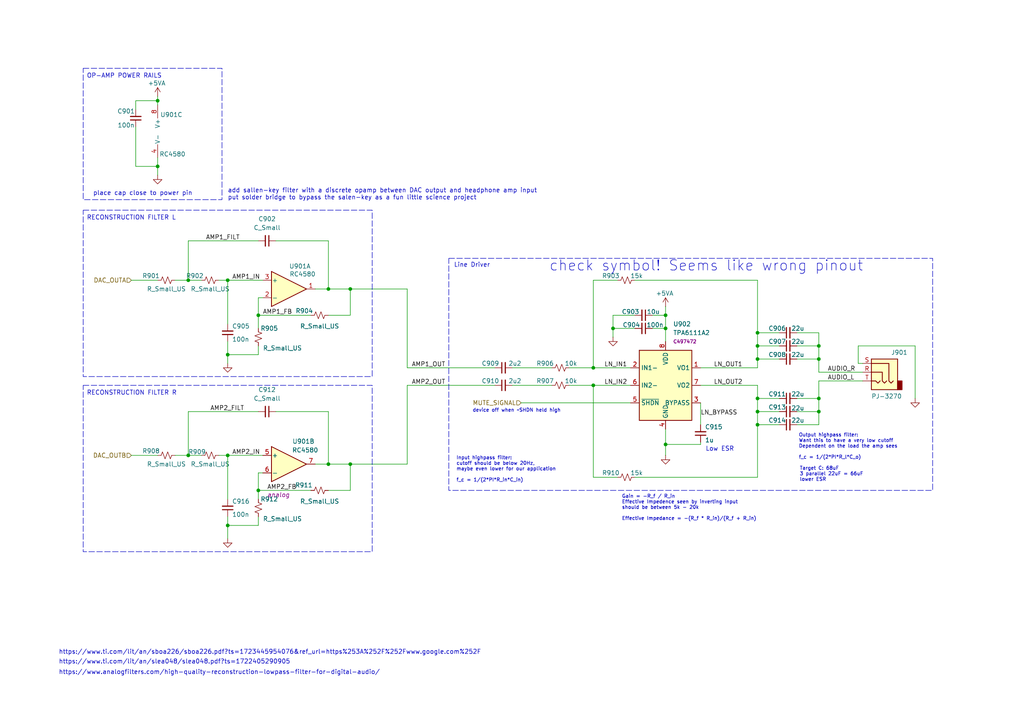
<source format=kicad_sch>
(kicad_sch (version 20231120) (generator "eeschema") (generator_version "8.0")
  (paper "A4")
  (lib_symbols
    (symbol "Amplifier_Operational:RC4580" (pin_names (offset 0.127))
      (property "Reference" "U" (at 0 5.08 0))
      (property "Value" "RC4580" (at 0 -5.08 0))
      (symbol "RC4580_1_1"
        (polyline (pts (xy -5.08 5.08) (xy 5.08 0) (xy -5.08 -5.08) (xy -5.08 5.08)) (stroke (width 0.254)) (fill (type background)))
        (pin output line (at 7.62 0 180) (length 2.54) (name "~") (number "1"))
        (pin input line (at -7.62 -2.54 0) (length 2.54) (name "-") (number "2"))
        (pin input line (at -7.62 2.54 0) (length 2.54) (name "+") (number "3"))
      )
      (symbol "RC4580_2_1"
        (polyline (pts (xy -5.08 5.08) (xy 5.08 0) (xy -5.08 -5.08) (xy -5.08 5.08)) (stroke (width 0.254)) (fill (type background)))
        (pin input line (at -7.62 2.54 0) (length 2.54) (name "+") (number "5"))
        (pin input line (at -7.62 -2.54 0) (length 2.54) (name "-") (number "6"))
        (pin output line (at 7.62 0 180) (length 2.54) (name "~") (number "7"))
      )
      (symbol "RC4580_3_1"
        (pin power_in line (at -2.54 -7.62 90) (length 3.81) (name "V-") (number "4"))
        (pin power_in line (at -2.54 7.62 270) (length 3.81) (name "V+") (number "8"))
      )
    )
    (symbol "Connector_Audio:AudioJack3"
      (property "Reference" "J" (at 0 8.89 0))
      (property "Value" "AudioJack3" (at 0 6.35 0))
      (symbol "AudioJack3_0_1"
        (rectangle (start -5.08 -5.08) (end -6.35 -2.54) (stroke (width 0.254)) (fill (type outline)))
        (polyline (pts (xy 0 -2.54) (xy 0.635 -3.175) (xy 1.27 -2.54) (xy 2.54 -2.54)) (stroke (width 0.254)))
        (polyline (pts (xy -1.905 -2.54) (xy -1.27 -3.175) (xy -0.635 -2.54) (xy -0.635 0) (xy 2.54 0)) (stroke (width 0.254)))
        (polyline (pts (xy 2.54 2.54) (xy -2.54 2.54) (xy -2.54 -2.54) (xy -3.175 -3.175) (xy -3.81 -2.54)) (stroke (width 0.254)))
        (rectangle (start 2.54 3.81) (end -5.08 -5.08) (stroke (width 0.254)) (fill (type background)))
      )
      (symbol "AudioJack3_1_1"
        (pin passive line (at 5.08 0 180) (length 2.54) (name "~") (number "R"))
        (pin passive line (at 5.08 2.54 180) (length 2.54) (name "~") (number "S"))
        (pin passive line (at 5.08 -2.54 180) (length 2.54) (name "~") (number "T"))
      )
    )
    (symbol "Device:C_Small" (pin_numbers hide) (pin_names (offset 0.254) hide)
      (property "Reference" "C" (at 0.254 1.778 0))
      (property "Value" "C_Small" (at 0.254 -2.032 0))
      (symbol "C_Small_0_1"
        (polyline (pts (xy -1.524 -0.508) (xy 1.524 -0.508)) (stroke (width 0.3302)))
        (polyline (pts (xy -1.524 0.508) (xy 1.524 0.508)) (stroke (width 0.3048)))
      )
      (symbol "C_Small_1_1"
        (pin passive line (at 0 2.54 270) (length 2.032) (name "~") (number "1"))
        (pin passive line (at 0 -2.54 90) (length 2.032) (name "~") (number "2"))
      )
    )
    (symbol "Device:R_Small_US" (pin_numbers hide) (pin_names (offset 0.254) hide)
      (property "Reference" "R" (at 0.762 0.508 0))
      (property "Value" "R_Small_US" (at 0.762 -1.016 0))
      (symbol "R_Small_US_1_1"
        (polyline (pts (xy 0 0) (xy 1.016 -0.381) (xy 0 -0.762) (xy -1.016 -1.143) (xy 0 -1.524)))
        (polyline (pts (xy 0 1.524) (xy 1.016 1.143) (xy 0 0.762) (xy -1.016 0.381) (xy 0 0)))
        (pin passive line (at 0 2.54 270) (length 1.016) (name "~") (number "1"))
        (pin passive line (at 0 -2.54 90) (length 1.016) (name "~") (number "2"))
      )
    )
    (symbol "power:+5VA" (power) (pin_numbers hide) (pin_names (offset 0) hide)
      (property "Value" "+5VA" (at 0 3.556 0))
      (symbol "+5VA_0_1"
        (polyline (pts (xy -0.762 1.27) (xy 0 2.54)))
        (polyline (pts (xy 0 0) (xy 0 2.54)))
        (polyline (pts (xy 0 2.54) (xy 0.762 1.27)))
      )
      (symbol "+5VA_1_1"
        (pin power_in line (at 0 0 90) (length 0) (name "~") (number "1"))
      )
    )
    (symbol "power:GND" (power) (pin_numbers hide) (pin_names (offset 0) hide)
      (property "Value" "GND" (at 0 -3.81 0))
      (symbol "GND_0_1"
        (polyline (pts (xy 0 0) (xy 0 -1.27) (xy 1.27 -1.27) (xy 0 -2.54) (xy -1.27 -1.27) (xy 0 -1.27)))
      )
      (symbol "GND_1_1"
        (pin power_in line (at 0 0 270) (length 0) (name "~") (number "1"))
      )
    )
    (symbol "vibrometer_project:TPA6110A2DGN"
      (property "Reference" "U" (at -6.35 11.43 0))
      (property "Value" "TPA6111A2" (at 6.35 11.43 0))
      (property "LCSC" "C497472" (at 0 0 0))
      (symbol "TPA6110A2DGN_0_1"
        (rectangle (start -7.62 10.16) (end 7.62 -10.16) (stroke (width 0.254)) (fill (type background)))
      )
      (symbol "TPA6110A2DGN_1_1"
        (pin output line (at 10.16 5.08 180) (length 2.54) (name "VO1") (number "1"))
        (pin input line (at -10.16 5.08 0) (length 2.54) (name "IN1-") (number "2"))
        (pin passive line (at 10.16 -5.08 180) (length 2.54) (name "BYPASS") (number "3"))
        (pin power_in line (at 0 -12.7 90) (length 2.54) (name "GND") (number "4"))
        (pin input line (at -10.16 -5.08 0) (length 2.54) (name "~{SHDN}") (number "5"))
        (pin input line (at -10.16 0 0) (length 2.54) (name "IN2-") (number "6"))
        (pin output line (at 10.16 0 180) (length 2.54) (name "VO2") (number "7"))
        (pin power_in line (at 0 12.7 270) (length 2.54) (name "VDD") (number "8"))
        (pin passive line (at 0 -12.7 90) (length 2.54) hide (name "GND") (number "9"))
      )
    )
  )
  (junction (at 193.04 128.905))
  (junction (at 219.71 115.57))
  (junction (at 101.6 83.82))
  (junction (at 237.49 100.33))
  (junction (at 219.71 100.33))
  (junction (at 237.49 119.38))
  (junction (at 219.71 96.52))
  (junction (at 193.04 95.25))
  (junction (at 172.085 111.76))
  (junction (at 177.8 95.25))
  (junction (at 219.71 104.14))
  (junction (at 172.085 106.68))
  (junction (at 66.04 152.4))
  (junction (at 54.61 81.28))
  (junction (at 237.49 115.57))
  (junction (at 219.71 123.19))
  (junction (at 74.93 142.24))
  (junction (at 219.71 119.38))
  (junction (at 66.04 102.87))
  (junction (at 237.49 104.14))
  (junction (at 74.93 91.44))
  (junction (at 66.04 132.08))
  (junction (at 45.72 29.21))
  (junction (at 95.25 83.82))
  (junction (at 66.04 81.28))
  (junction (at 95.25 134.62))
  (junction (at 101.6 134.62))
  (junction (at 54.61 132.08))
  (junction (at 45.72 48.26))
  (junction (at 193.04 91.44))
  (wire (pts (xy 39.37 36.83) (xy 39.37 48.26)))
  (wire (pts (xy 231.14 123.19) (xy 237.49 123.19)))
  (wire (pts (xy 219.71 81.28) (xy 184.15 81.28)))
  (wire (pts (xy 63.5 81.28) (xy 66.04 81.28)))
  (wire (pts (xy 76.2 86.36) (xy 74.93 86.36)))
  (wire (pts (xy 219.71 119.38) (xy 226.06 119.38)))
  (wire (pts (xy 219.71 115.57) (xy 219.71 119.38)))
  (wire (pts (xy 219.71 96.52) (xy 226.06 96.52)))
  (wire (pts (xy 118.11 106.68) (xy 143.51 106.68)))
  (wire (pts (xy 39.37 31.75) (xy 39.37 29.21)))
  (wire (pts (xy 54.61 132.08) (xy 50.8 132.08)))
  (wire (pts (xy 66.04 81.28) (xy 76.2 81.28)))
  (wire (pts (xy 74.93 91.44) (xy 90.17 91.44)))
  (wire (pts (xy 54.61 132.08) (xy 58.42 132.08)))
  (wire (pts (xy 95.25 119.38) (xy 80.01 119.38)))
  (wire (pts (xy 237.49 110.49) (xy 250.19 110.49)))
  (wire (pts (xy 219.71 100.33) (xy 219.71 104.14)))
  (wire (pts (xy 219.71 119.38) (xy 219.71 123.19)))
  (wire (pts (xy 189.23 91.44) (xy 193.04 91.44)))
  (wire (pts (xy 172.085 81.28) (xy 179.07 81.28)))
  (wire (pts (xy 66.04 132.08) (xy 66.04 144.78)))
  (wire (pts (xy 184.15 91.44) (xy 177.8 91.44)))
  (wire (pts (xy 219.71 96.52) (xy 219.71 81.28)))
  (wire (pts (xy 54.61 81.28) (xy 58.42 81.28)))
  (wire (pts (xy 165.1 111.76) (xy 172.085 111.76)))
  (wire (pts (xy 39.37 48.26) (xy 45.72 48.26)))
  (wire (pts (xy 74.93 119.38) (xy 54.61 119.38)))
  (wire (pts (xy 54.61 69.85) (xy 54.61 81.28)))
  (wire (pts (xy 118.11 111.76) (xy 143.51 111.76)))
  (wire (pts (xy 66.04 81.28) (xy 66.04 93.98)))
  (wire (pts (xy 95.25 69.85) (xy 80.01 69.85)))
  (wire (pts (xy 74.93 91.44) (xy 74.93 95.25)))
  (wire (pts (xy 74.93 152.4) (xy 74.93 149.86)))
  (wire (pts (xy 165.1 106.68) (xy 172.085 106.68)))
  (wire (pts (xy 203.2 106.68) (xy 219.71 106.68)))
  (wire (pts (xy 193.04 88.9) (xy 193.04 91.44)))
  (wire (pts (xy 237.49 123.19) (xy 237.49 119.38)))
  (wire (pts (xy 54.61 81.28) (xy 50.8 81.28)))
  (wire (pts (xy 66.04 102.87) (xy 66.04 105.41)))
  (wire (pts (xy 148.59 111.76) (xy 160.02 111.76)))
  (wire (pts (xy 118.11 111.76) (xy 118.11 134.62)))
  (wire (pts (xy 74.93 142.24) (xy 74.93 144.78)))
  (wire (pts (xy 231.14 100.33) (xy 237.49 100.33)))
  (wire (pts (xy 101.6 83.82) (xy 95.25 83.82)))
  (wire (pts (xy 231.14 115.57) (xy 237.49 115.57)))
  (wire (pts (xy 95.25 91.44) (xy 101.6 91.44)))
  (wire (pts (xy 91.44 134.62) (xy 95.25 134.62)))
  (wire (pts (xy 219.71 104.14) (xy 219.71 106.68)))
  (wire (pts (xy 193.04 128.905) (xy 203.2 128.905)))
  (wire (pts (xy 237.49 104.14) (xy 237.49 107.95)))
  (wire (pts (xy 193.04 95.25) (xy 193.04 99.06)))
  (wire (pts (xy 193.04 128.905) (xy 193.04 124.46)))
  (wire (pts (xy 95.25 134.62) (xy 95.25 119.38)))
  (wire (pts (xy 231.14 104.14) (xy 237.49 104.14)))
  (wire (pts (xy 66.04 152.4) (xy 66.04 156.21)))
  (wire (pts (xy 265.43 100.33) (xy 248.92 100.33)))
  (wire (pts (xy 66.04 99.06) (xy 66.04 102.87)))
  (wire (pts (xy 95.25 83.82) (xy 95.25 69.85)))
  (wire (pts (xy 203.2 116.84) (xy 203.2 123.19)))
  (wire (pts (xy 54.61 119.38) (xy 54.61 132.08)))
  (wire (pts (xy 219.71 111.76) (xy 219.71 115.57)))
  (wire (pts (xy 231.14 96.52) (xy 237.49 96.52)))
  (wire (pts (xy 231.14 119.38) (xy 237.49 119.38)))
  (wire (pts (xy 39.37 29.21) (xy 45.72 29.21)))
  (wire (pts (xy 172.085 81.28) (xy 172.085 106.68)))
  (wire (pts (xy 219.71 96.52) (xy 219.71 100.33)))
  (wire (pts (xy 74.93 86.36) (xy 74.93 91.44)))
  (wire (pts (xy 184.15 95.25) (xy 177.8 95.25)))
  (wire (pts (xy 66.04 152.4) (xy 74.93 152.4)))
  (wire (pts (xy 172.085 106.68) (xy 182.88 106.68)))
  (wire (pts (xy 74.93 69.85) (xy 54.61 69.85)))
  (wire (pts (xy 63.5 132.08) (xy 66.04 132.08)))
  (wire (pts (xy 189.23 95.25) (xy 193.04 95.25)))
  (wire (pts (xy 74.93 137.16) (xy 76.2 137.16)))
  (wire (pts (xy 91.44 83.82) (xy 95.25 83.82)))
  (wire (pts (xy 237.49 96.52) (xy 237.49 100.33)))
  (wire (pts (xy 177.8 91.44) (xy 177.8 95.25)))
  (wire (pts (xy 237.49 107.95) (xy 250.19 107.95)))
  (wire (pts (xy 38.1 81.28) (xy 45.72 81.28)))
  (wire (pts (xy 219.71 138.43) (xy 184.15 138.43)))
  (wire (pts (xy 45.72 29.21) (xy 45.72 30.48)))
  (wire (pts (xy 177.8 95.25) (xy 177.8 97.79)))
  (wire (pts (xy 248.92 100.33) (xy 248.92 105.41)))
  (wire (pts (xy 45.72 45.72) (xy 45.72 48.26)))
  (wire (pts (xy 265.43 100.33) (xy 265.43 115.57)))
  (wire (pts (xy 237.49 100.33) (xy 237.49 104.14)))
  (wire (pts (xy 66.04 149.86) (xy 66.04 152.4)))
  (wire (pts (xy 101.6 142.24) (xy 101.6 134.62)))
  (wire (pts (xy 203.2 128.27) (xy 203.2 128.905)))
  (wire (pts (xy 101.6 83.82) (xy 118.11 83.82)))
  (wire (pts (xy 179.07 138.43) (xy 172.085 138.43)))
  (wire (pts (xy 101.6 134.62) (xy 95.25 134.62)))
  (wire (pts (xy 95.25 142.24) (xy 101.6 142.24)))
  (wire (pts (xy 45.72 48.26) (xy 45.72 50.8)))
  (wire (pts (xy 151.13 116.84) (xy 182.88 116.84)))
  (wire (pts (xy 219.71 123.19) (xy 226.06 123.19)))
  (wire (pts (xy 219.71 100.33) (xy 226.06 100.33)))
  (wire (pts (xy 74.93 100.33) (xy 74.93 102.87)))
  (wire (pts (xy 66.04 102.87) (xy 74.93 102.87)))
  (wire (pts (xy 193.04 132.08) (xy 193.04 128.905)))
  (wire (pts (xy 193.04 91.44) (xy 193.04 95.25)))
  (wire (pts (xy 66.04 132.08) (xy 76.2 132.08)))
  (wire (pts (xy 38.1 132.08) (xy 45.72 132.08)))
  (wire (pts (xy 219.71 104.14) (xy 226.06 104.14)))
  (wire (pts (xy 172.085 138.43) (xy 172.085 111.76)))
  (wire (pts (xy 74.93 137.16) (xy 74.93 142.24)))
  (wire (pts (xy 172.085 111.76) (xy 182.88 111.76)))
  (wire (pts (xy 118.11 83.82) (xy 118.11 106.68)))
  (wire (pts (xy 101.6 91.44) (xy 101.6 83.82)))
  (wire (pts (xy 148.59 106.68) (xy 160.02 106.68)))
  (wire (pts (xy 203.2 111.76) (xy 219.71 111.76)))
  (wire (pts (xy 248.92 105.41) (xy 250.19 105.41)))
  (wire (pts (xy 74.93 142.24) (xy 90.17 142.24)))
  (wire (pts (xy 45.72 27.94) (xy 45.72 29.21)))
  (wire (pts (xy 237.49 110.49) (xy 237.49 115.57)))
  (wire (pts (xy 219.71 123.19) (xy 219.71 138.43)))
  (wire (pts (xy 219.71 115.57) (xy 226.06 115.57)))
  (wire (pts (xy 237.49 115.57) (xy 237.49 119.38)))
  (wire (pts (xy 101.6 134.62) (xy 118.11 134.62)))
  (rectangle (start 24.13 111.76) (end 107.95 160.02) (stroke (width 0) (type dash)))
  (rectangle (start 130.175 74.93) (end 270.51 142.24) (stroke (width 0) (type dash)))
  (rectangle (start 24.13 60.96) (end 107.95 109.22) (stroke (width 0) (type dash)))
  (rectangle (start 24.13 19.812) (end 64.389 57.912) (stroke (width 0) (type dash)))
  (text "check symbol! Seems like wrong pinout" (at 159.258 75.438 0) (effects (font (size 3 3)) (justify left top)))
  (text "https://www.analogfilters.com/high-quality-reconstruction-lowpass-filter-for-digital-audio/" (at 17.018 195.072 0) (effects (font (size 1.27 1.27)) (justify left)))
  (text "Output highpass filter:\nWant this to have a very low cutoff \nDependent on the load the amp sees\n\nf_c = 1/(2*PI*R_l*C_o)" (at 231.648 129.54 0) (effects (font (size 1 1)) (justify left)))
  (text "Gain = -R_f / R_in\nEffective Impedence seen by inverting input \nshould be between 5k - 20k\n\nEffective Impedance = -(R_f * R_in)/(R_f + R_in)" (at 180.34 147.32 0) (effects (font (size 1 1)) (justify left)))
  (text "https://www.ti.com/lit/an/sboa226/sboa226.pdf?ts=1723445954076&ref_url=https%253A%252F%252Fwww.google.com%252F" (at 17.018 188.468 0) (effects (font (size 1.27 1.27)) (justify left top)))
  (text "Target C: 68uF\n3 parallel 22uF = 66uF\nlower ESR" (at 231.902 135.382 0) (effects (font (size 1 1)) (justify left top)))
  (text "Line Driver" (at 136.906 76.962 0) (effects (font (size 1.27 1.27))))
  (text "place cap close to power pin" (at 41.402 56.134 0) (effects (font (size 1.27 1.27))))
  (text "add sallen-key filter with a discrete opamp between DAC output and headphone amp input\nput solder bridge to bypass the salen-key as a fun little science project" (at 66.04 56.388 0) (effects (font (size 1.27 1.27)) (justify left)))
  (text "RECONSTRUCTION FILTER L" (at 25.146 63.246 0) (effects (font (size 1.27 1.27)) (justify left)))
  (text "OP-AMP POWER RAILS" (at 25.146 22.098 0) (effects (font (size 1.27 1.27)) (justify left)))
  (text "https://www.ti.com/lit/an/slea048/slea048.pdf?ts=1722405290905" (at 17.018 192.024 0) (effects (font (size 1.27 1.27)) (justify left)))
  (text "RECONSTRUCTION FILTER R" (at 25.146 114.046 0) (effects (font (size 1.27 1.27)) (justify left)))
  (text "Input highpass filter:\ncutoff should be below 20Hz,\nmaybe even lower for our application\n\nf_c = 1/(2*PI*R_in*C_in)" (at 132.334 136.144 0) (effects (font (size 1 1)) (justify left)))
  (text "Low ESR" (at 208.788 130.302 0) (effects (font (size 1.27 1.27))))
  (text "device off when ~SHDN held high" (at 149.86 119.126 0) (effects (font (size 1 1))))
  (label "AMP2_IN" (at 67.31 132.08 0) (property "Netclass" "analog" (effects (hide yes))))
  (label "AMP2_FB" (at 77.47 142.24 0) (property "Netclass" "analog" (at 77.47 143.51 0) (effects (font (italic yes)) (justify left))))
  (label "AUDIO_L" (at 240.03 110.49 0) (property "Netclass" "analog" (effects (hide yes))))
  (label "AMP1_FILT" (at 59.69 69.85 0) (property "Netclass" "analog" (effects (hide yes))))
  (label "LN_BYPASS" (at 203.2 120.65 0))
  (label "LN_IN2" (at 175.26 111.76 0) (property "Netclass" "analog" (effects (hide yes))))
  (label "LN_OUT2" (at 207.01 111.76 0) (property "Netclass" "analog" (effects (hide yes))))
  (label "AMP1_IN" (at 67.31 81.28 0) (property "Netclass" "analog" (effects (hide yes))))
  (label "LN_IN1" (at 175.26 106.68 0) (property "Netclass" "analog" (effects (hide yes))))
  (label "AMP2_OUT" (at 119.38 111.76 0) (property "Netclass" "analog" (effects (hide yes))))
  (label "AMP2_FILT" (at 60.96 119.38 0) (property "Netclass" "analog" (effects (hide yes))))
  (label "AMP1_FB" (at 76.2 91.44 0) (property "Netclass" "analog" (effects (hide yes))))
  (label "AMP1_OUT" (at 119.38 106.68 0) (property "Netclass" "analog" (effects (hide yes))))
  (label "LN_OUT1" (at 207.01 106.68 0) (property "Netclass" "analog" (effects (hide yes))))
  (label "AUDIO_R" (at 240.03 107.95 0) (property "Netclass" "analog" (effects (hide yes))))
  (hierarchical_label "DAC_OUTA" (shape input) (at 38.1 81.28 180) (property "Netclass" "analog" (effects (hide yes))))
  (hierarchical_label "DAC_OUTB" (shape input) (at 38.1 132.08 180) (property "Netclass" "analog" (effects (hide yes))))
  (hierarchical_label "MUTE_SIGNAL" (shape input) (at 151.13 116.84 180))
  (symbol (lib_id "Device:R_Small_US") (at 74.93 97.79 180) (unit 1)
    (property "Reference" "R905" (at 78.105 95.25 0))
    (property "Value" "R_Small_US" (at 81.915 100.965 0))
    (property "Footprint" "Resistor_SMD:R_0603_1608Metric" (effects (hide yes)))
    (property "Description" "Resistor, small US symbol" (effects (hide yes)))
  )
  (symbol (lib_id "power:GND") (at 45.72 50.8 0) (unit 1)
    (property "Reference" "#PWR0902" (effects (hide yes)))
    (property "Value" "GND" (effects (hide yes)))
    (property "Description" "Power symbol creates a global label with name \"GND\" , ground" (effects (hide yes)))
  )
  (symbol (lib_id "Device:C_Small") (at 39.37 34.29 180) (unit 1)
    (property "Reference" "C901" (at 36.576 32.258 0))
    (property "Value" "100n" (at 36.576 36.322 0))
    (property "Footprint" "Capacitor_SMD:C_0402_1005Metric_Pad0.74x0.62mm_HandSolder" (effects (hide yes)))
    (property "Datasheet" "https://wmsc.lcsc.com/wmsc/upload/file/pdf/v2/lcsc/2304140030_Samsung-Electro-Mechanics-CL05B104KB54PNC_C307331.pdf" (effects (hide yes)))
    (property "Description" "Unpolarized capacitor, small symbol" (effects (hide yes)))
    (property "LCSC" "C307331" (effects (hide yes)))
  )
  (symbol (lib_id "Device:C_Small") (at 186.69 91.44 270) (unit 1)
    (property "Reference" "C903" (at 182.88 90.424 90))
    (property "Value" "10u" (at 189.484 90.424 90))
    (property "Footprint" "Capacitor_SMD:C_0805_2012Metric" (effects (hide yes)))
    (property "Datasheet" "https://wmsc.lcsc.com/wmsc/upload/file/pdf/v2/lcsc/2304140030_Samsung-Electro-Mechanics-CL21A106KAYNNNE_C15850.pdf" (effects (hide yes)))
    (property "Description" "Unpolarized capacitor, small symbol" (effects (hide yes)))
    (property "LCSC" "C15850" (effects (hide yes)))
  )
  (symbol (lib_id "Device:C_Small") (at 228.6 104.14 90) (unit 1)
    (property "Reference" "C908" (at 225.425 102.87 90))
    (property "Value" "22u" (at 231.394 102.87 90))
    (property "Footprint" "Capacitor_SMD:C_0805_2012Metric" (effects (hide yes)))
    (property "Datasheet" "CL21A106KAYNNNE_C15850.pdf" (effects (hide yes)))
    (property "Description" "Unpolarized capacitor, small symbol" (effects (hide yes)))
    (property "LCSC" "C15850" (effects (hide yes)))
  )
  (symbol (lib_id "Amplifier_Operational:RC4580") (at 83.82 83.82 0) (unit 1)
    (property "Reference" "U901" (at 86.995 77.216 0))
    (property "Value" "RC4580" (at 87.757 79.502 0))
    (property "Footprint" "Package_SO:SOIC-8-1EP_3.9x4.9mm_P1.27mm_EP2.41x3.81mm" (effects (hide yes)))
    (property "Datasheet" "http://www.ti.com/lit/ds/symlink/rc4580.pdf" (effects (hide yes)))
    (property "Description" "Dual Audio Operational Amplifier, SOIC-8/SSOP-8" (effects (hide yes)))
    (property "LCSC" "C80100" (effects (hide yes)))
  )
  (symbol (lib_id "Device:C_Small") (at 77.47 119.38 270) (unit 1)
    (property "Reference" "C912" (at 77.4636 113.03 90))
    (property "Value" "C_Small" (at 77.4636 115.57 90))
    (property "Footprint" "Capacitor_SMD:C_0603_1608Metric" (effects (hide yes)))
    (property "Description" "Unpolarized capacitor, small symbol" (effects (hide yes)))
  )
  (symbol (lib_id "Device:C_Small") (at 228.6 96.52 90) (unit 1)
    (property "Reference" "C906" (at 225.425 95.25 90))
    (property "Value" "22u" (at 231.394 95.25 90))
    (property "Footprint" "Capacitor_SMD:C_0805_2012Metric" (effects (hide yes)))
    (property "Datasheet" "CL21A106KAYNNNE_C15850.pdf" (effects (hide yes)))
    (property "Description" "Unpolarized capacitor, small symbol" (effects (hide yes)))
    (property "LCSC" "C15850" (effects (hide yes)))
  )
  (symbol (lib_id "Connector_Audio:AudioJack3") (at 255.27 107.95 0) (mirror y) (unit 1)
    (property "Reference" "J901" (at 258.445 102.235 0) (effects (justify right)))
    (property "Value" "PJ-3270" (at 252.73 114.935 0) (effects (justify right)))
    (property "Footprint" "footprints:AUDIO-TH_PJ-3270" (effects (hide yes)))
    (property "Datasheet" "https://wmsc.lcsc.com/wmsc/upload/file/pdf/v2/lcsc/2110151630_XKB-Connection-PJ-3270_C381134.pdf" (effects (hide yes)))
    (property "Description" "Audio Jack, 3 Poles (Stereo / TRS)" (effects (hide yes)))
    (property "LCSC" "C381134" (effects (hide yes)))
  )
  (symbol (lib_id "Device:C_Small") (at 146.05 111.76 90) (unit 1)
    (property "Reference" "C910" (at 142.24 110.49 90))
    (property "Value" "2u2" (at 149.352 110.49 90))
    (property "Footprint" "Capacitor_SMD:C_0805_2012Metric" (effects (hide yes)))
    (property "Datasheet" "https://wmsc.lcsc.com/wmsc/upload/file/pdf/v2/lcsc/2304140030_Samsung-Electro-Mechanics-CL21A225KBQNNNE_C377773.pdf" (effects (hide yes)))
    (property "Description" "Unpolarized capacitor, small symbol" (effects (hide yes)))
    (property "LCSC" "C377773" (effects (hide yes)))
  )
  (symbol (lib_id "power:GND") (at 66.04 156.21 0) (unit 1)
    (property "Reference" "#PWR0908" (effects (hide yes)))
    (property "Value" "GND" (effects (hide yes)))
    (property "Description" "Power symbol creates a global label with name \"GND\" , ground" (effects (hide yes)))
  )
  (symbol (lib_id "Device:R_Small_US") (at 181.61 81.28 90) (unit 1)
    (property "Reference" "R903" (at 177.165 80.01 90))
    (property "Value" "15k" (at 184.658 80.01 90))
    (property "Footprint" "Resistor_SMD:R_0805_2012Metric" (effects (hide yes)))
    (property "Datasheet" "https://wmsc.lcsc.com/wmsc/upload/file/pdf/v2/lcsc/2206010216_UNI-ROYAL-Uniroyal-Elec-0805W8F1502T5E_C17475.pdf" (effects (hide yes)))
    (property "Description" "Resistor, small US symbol" (effects (hide yes)))
    (property "LCSC" "C17475" (effects (hide yes)))
  )
  (symbol (lib_id "Device:C_Small") (at 146.05 106.68 90) (unit 1)
    (property "Reference" "C909" (at 142.24 105.41 90))
    (property "Value" "2u2" (at 149.352 105.41 90))
    (property "Footprint" "Capacitor_SMD:C_0805_2012Metric" (effects (hide yes)))
    (property "Datasheet" "https://wmsc.lcsc.com/wmsc/upload/file/pdf/v2/lcsc/2304140030_Samsung-Electro-Mechanics-CL21A225KBQNNNE_C377773.pdf" (effects (hide yes)))
    (property "Description" "Unpolarized capacitor, small symbol" (effects (hide yes)))
    (property "LCSC" "C377773" (effects (hide yes)))
  )
  (symbol (lib_id "Device:R_Small_US") (at 181.61 138.43 90) (unit 1)
    (property "Reference" "R910" (at 177.165 137.16 90))
    (property "Value" "15k" (at 184.658 137.16 90))
    (property "Footprint" "Resistor_SMD:R_0805_2012Metric" (effects (hide yes)))
    (property "Datasheet" "https://wmsc.lcsc.com/wmsc/upload/file/pdf/v2/lcsc/2206010216_UNI-ROYAL-Uniroyal-Elec-0805W8F1502T5E_C17475.pdf" (effects (hide yes)))
    (property "Description" "Resistor, small US symbol" (effects (hide yes)))
    (property "LCSC" "C17475" (effects (hide yes)))
  )
  (symbol (lib_id "power:GND") (at 66.04 105.41 0) (unit 1)
    (property "Reference" "#PWR0905" (effects (hide yes)))
    (property "Value" "GND" (effects (hide yes)))
    (property "Description" "Power symbol creates a global label with name \"GND\" , ground" (effects (hide yes)))
  )
  (symbol (lib_id "Device:C_Small") (at 66.04 147.32 180) (unit 1)
    (property "Reference" "C916" (at 67.31 145.415 0) (effects (justify right)))
    (property "Value" "100n" (at 67.31 149.225 0) (effects (justify right)))
    (property "Footprint" "Capacitor_SMD:C_0402_1005Metric_Pad0.74x0.62mm_HandSolder" (effects (hide yes)))
    (property "Datasheet" "https://wmsc.lcsc.com/wmsc/upload/file/pdf/v2/lcsc/2304140030_Samsung-Electro-Mechanics-CL05B104KB54PNC_C307331.pdf" (effects (hide yes)))
    (property "Description" "Unpolarized capacitor, small symbol" (effects (hide yes)))
    (property "LCSC" "C307331" (effects (hide yes)))
  )
  (symbol (lib_id "power:GND") (at 265.43 115.57 0) (unit 1)
    (property "Reference" "#PWR0906" (effects (hide yes)))
    (property "Value" "GND" (effects (hide yes)))
    (property "Description" "Power symbol creates a global label with name \"GND\" , ground" (effects (hide yes)))
  )
  (symbol (lib_id "Device:R_Small_US") (at 60.96 81.28 90) (unit 1)
    (property "Reference" "R902" (at 56.515 80.01 90))
    (property "Value" "R_Small_US" (at 60.96 83.82 90))
    (property "Footprint" "Resistor_SMD:R_0603_1608Metric" (effects (hide yes)))
    (property "Description" "Resistor, small US symbol" (effects (hide yes)))
  )
  (symbol (lib_id "Device:C_Small") (at 228.6 115.57 90) (unit 1)
    (property "Reference" "C911" (at 225.425 114.3 90))
    (property "Value" "22u" (at 231.394 114.3 90))
    (property "Footprint" "Capacitor_SMD:C_0805_2012Metric" (effects (hide yes)))
    (property "Datasheet" "CL21A106KAYNNNE_C15850.pdf" (effects (hide yes)))
    (property "Description" "Unpolarized capacitor, small symbol" (effects (hide yes)))
    (property "LCSC" "C15850" (effects (hide yes)))
  )
  (symbol (lib_id "Device:C_Small") (at 228.6 119.38 90) (unit 1)
    (property "Reference" "C913" (at 225.425 118.11 90))
    (property "Value" "22u" (at 231.394 118.364 90))
    (property "Footprint" "Capacitor_SMD:C_0805_2012Metric" (effects (hide yes)))
    (property "Datasheet" "CL21A106KAYNNNE_C15850.pdf" (effects (hide yes)))
    (property "Description" "Unpolarized capacitor, small symbol" (effects (hide yes)))
    (property "LCSC" "C15850" (effects (hide yes)))
  )
  (symbol (lib_id "power:+5VA") (at 193.04 88.9 0) (unit 1)
    (property "Reference" "#PWR0903" (effects (hide yes)))
    (property "Value" "+5VA" (at 192.786 85.09 0))
    (property "Description" "Power symbol creates a global label with name \"+5VA\"" (effects (hide yes)))
  )
  (symbol (lib_id "Device:C_Small") (at 228.6 100.33 90) (unit 1)
    (property "Reference" "C907" (at 225.425 99.06 90))
    (property "Value" "22u" (at 231.394 99.06 90))
    (property "Footprint" "Capacitor_SMD:C_0805_2012Metric" (effects (hide yes)))
    (property "Datasheet" "CL21A106KAYNNNE_C15850.pdf" (effects (hide yes)))
    (property "Description" "Unpolarized capacitor, small symbol" (effects (hide yes)))
    (property "LCSC" "C15850" (effects (hide yes)))
  )
  (symbol (lib_id "power:GND") (at 177.8 97.79 0) (unit 1)
    (property "Reference" "#PWR0904" (effects (hide yes)))
    (property "Value" "GND" (effects (hide yes)))
    (property "Description" "Power symbol creates a global label with name \"GND\" , ground" (effects (hide yes)))
  )
  (symbol (lib_id "Device:R_Small_US") (at 48.26 81.28 90) (unit 1)
    (property "Reference" "R901" (at 43.815 80.01 90))
    (property "Value" "R_Small_US" (at 48.26 83.82 90))
    (property "Footprint" "Resistor_SMD:R_0603_1608Metric" (effects (hide yes)))
    (property "Description" "Resistor, small US symbol" (effects (hide yes)))
  )
  (symbol (lib_id "Device:C_Small") (at 203.2 125.73 180) (unit 1)
    (property "Reference" "C915" (at 204.47 123.825 0) (effects (justify right)))
    (property "Value" "1u" (at 204.47 127.635 0) (effects (justify right)))
    (property "Footprint" "Capacitor_SMD:C_0603_1608Metric" (effects (hide yes)))
    (property "Datasheet" "https://wmsc.lcsc.com/wmsc/upload/file/pdf/v2/lcsc/2304140030_Samsung-Electro-Mechanics-CL10A105KB8NNNC_C15849.pdf" (effects (hide yes)))
    (property "Description" "Unpolarized capacitor, small symbol" (effects (hide yes)))
    (property "LCSC" "C15849" (effects (hide yes)))
  )
  (symbol (lib_id "Device:R_Small_US") (at 74.93 147.32 180) (unit 1)
    (property "Reference" "R912" (at 78.105 144.78 0))
    (property "Value" "R_Small_US" (at 81.915 150.495 0))
    (property "Footprint" "Resistor_SMD:R_0603_1608Metric" (effects (hide yes)))
    (property "Description" "Resistor, small US symbol" (effects (hide yes)))
  )
  (symbol (lib_id "Device:R_Small_US") (at 48.26 132.08 90) (unit 1)
    (property "Reference" "R908" (at 43.815 130.81 90))
    (property "Value" "R_Small_US" (at 48.26 134.62 90))
    (property "Footprint" "Resistor_SMD:R_0603_1608Metric" (effects (hide yes)))
    (property "Description" "Resistor, small US symbol" (effects (hide yes)))
  )
  (symbol (lib_id "power:+5VA") (at 45.72 27.94 0) (unit 1)
    (property "Reference" "#PWR0901" (effects (hide yes)))
    (property "Value" "+5VA" (at 45.466 24.13 0))
    (property "Description" "Power symbol creates a global label with name \"+5VA\"" (effects (hide yes)))
  )
  (symbol (lib_id "Device:C_Small") (at 77.47 69.85 270) (unit 1)
    (property "Reference" "C902" (at 77.4636 63.5 90))
    (property "Value" "C_Small" (at 77.4636 66.04 90))
    (property "Footprint" "Capacitor_SMD:C_0603_1608Metric" (effects (hide yes)))
    (property "Description" "Unpolarized capacitor, small symbol" (effects (hide yes)))
  )
  (symbol (lib_id "Device:R_Small_US") (at 92.71 142.24 90) (unit 1)
    (property "Reference" "R911" (at 88.138 140.716 90))
    (property "Value" "R_Small_US" (at 92.71 145.415 90))
    (property "Footprint" "Resistor_SMD:R_0603_1608Metric" (effects (hide yes)))
    (property "Description" "Resistor, small US symbol" (effects (hide yes)))
  )
  (symbol (lib_id "Amplifier_Operational:RC4580") (at 48.26 38.1 0) (unit 3)
    (property "Reference" "U901" (at 46.482 33.274 0) (effects (justify left)))
    (property "Value" "RC4580" (at 46.228 44.704 0) (effects (justify left)))
    (property "Footprint" "Package_SO:SOIC-8-1EP_3.9x4.9mm_P1.27mm_EP2.41x3.81mm" (effects (hide yes)))
    (property "Datasheet" "http://www.ti.com/lit/ds/symlink/rc4580.pdf" (effects (hide yes)))
    (property "Description" "Dual Audio Operational Amplifier, SOIC-8/SSOP-8" (effects (hide yes)))
    (property "LCSC" "C80100" (effects (hide yes)))
  )
  (symbol (lib_id "Device:R_Small_US") (at 60.96 132.08 90) (unit 1)
    (property "Reference" "R909" (at 57.15 131.064 90))
    (property "Value" "R_Small_US" (at 60.96 134.62 90))
    (property "Footprint" "Resistor_SMD:R_0603_1608Metric" (effects (hide yes)))
    (property "Description" "Resistor, small US symbol" (effects (hide yes)))
  )
  (symbol (lib_id "Amplifier_Operational:RC4580") (at 83.82 134.62 0) (unit 2)
    (property "Reference" "U901" (at 88.011 128.016 0))
    (property "Value" "RC4580" (at 88.519 130.556 0))
    (property "Footprint" "Package_SO:SOIC-8-1EP_3.9x4.9mm_P1.27mm_EP2.41x3.81mm" (effects (hide yes)))
    (property "Datasheet" "http://www.ti.com/lit/ds/symlink/rc4580.pdf" (effects (hide yes)))
    (property "Description" "Dual Audio Operational Amplifier, SOIC-8/SSOP-8" (effects (hide yes)))
    (property "LCSC" "C80100" (effects (hide yes)))
  )
  (symbol (lib_id "power:GND") (at 193.04 132.08 0) (unit 1)
    (property "Reference" "#PWR0907" (effects (hide yes)))
    (property "Value" "GND" (effects (hide yes)))
    (property "Description" "Power symbol creates a global label with name \"GND\" , ground" (effects (hide yes)))
  )
  (symbol (lib_id "Device:R_Small_US") (at 162.56 111.76 90) (unit 1)
    (property "Reference" "R907" (at 158.115 110.49 90))
    (property "Value" "10k" (at 165.608 110.49 90))
    (property "Footprint" "Resistor_SMD:R_0603_1608Metric" (effects (hide yes)))
    (property "Datasheet" "https://wmsc.lcsc.com/wmsc/upload/file/pdf/v2/lcsc/2206010100_UNI-ROYAL-Uniroyal-Elec-0402WGF1002TCE_C25744.pdf" (effects (hide yes)))
    (property "Description" "Resistor, small US symbol" (effects (hide yes)))
    (property "LCSC" "C25744" (effects (hide yes)))
  )
  (symbol (lib_id "Device:C_Small") (at 186.69 95.25 270) (unit 1)
    (property "Reference" "C904" (at 183.134 94.234 90))
    (property "Value" "100n" (at 189.992 94.234 90))
    (property "Footprint" "Capacitor_SMD:C_0402_1005Metric_Pad0.74x0.62mm_HandSolder" (effects (hide yes)))
    (property "Datasheet" "https://wmsc.lcsc.com/wmsc/upload/file/pdf/v2/lcsc/2304140030_Samsung-Electro-Mechanics-CL05B104KB54PNC_C307331.pdf" (effects (hide yes)))
    (property "Description" "Unpolarized capacitor, small symbol" (effects (hide yes)))
    (property "LCSC" "C307331" (effects (hide yes)))
  )
  (symbol (lib_id "Device:R_Small_US") (at 92.71 91.44 90) (unit 1)
    (property "Reference" "R904" (at 88.265 90.17 90))
    (property "Value" "R_Small_US" (at 92.71 94.615 90))
    (property "Footprint" "Resistor_SMD:R_0603_1608Metric" (effects (hide yes)))
    (property "Description" "Resistor, small US symbol" (effects (hide yes)))
  )
  (symbol (lib_id "Device:C_Small") (at 228.6 123.19 90) (unit 1)
    (property "Reference" "C914" (at 225.425 121.92 90))
    (property "Value" "22u" (at 231.394 121.92 90))
    (property "Footprint" "Capacitor_SMD:C_0805_2012Metric" (effects (hide yes)))
    (property "Datasheet" "CL21A106KAYNNNE_C15850.pdf" (effects (hide yes)))
    (property "Description" "Unpolarized capacitor, small symbol" (effects (hide yes)))
    (property "LCSC" "C15850" (effects (hide yes)))
  )
  (symbol (lib_id "Device:R_Small_US") (at 162.56 106.68 90) (unit 1)
    (property "Reference" "R906" (at 158.115 105.41 90))
    (property "Value" "10k" (at 165.608 105.41 90))
    (property "Footprint" "Resistor_SMD:R_0603_1608Metric" (effects (hide yes)))
    (property "Datasheet" "https://wmsc.lcsc.com/wmsc/upload/file/pdf/v2/lcsc/2206010100_UNI-ROYAL-Uniroyal-Elec-0402WGF1002TCE_C25744.pdf" (effects (hide yes)))
    (property "Description" "Resistor, small US symbol" (effects (hide yes)))
    (property "LCSC" "C25744" (effects (hide yes)))
  )
  (symbol (lib_id "Device:C_Small") (at 66.04 96.52 180) (unit 1)
    (property "Reference" "C905" (at 67.31 94.615 0) (effects (justify right)))
    (property "Value" "100n" (at 67.31 98.425 0) (effects (justify right)))
    (property "Footprint" "Capacitor_SMD:C_0402_1005Metric_Pad0.74x0.62mm_HandSolder" (effects (hide yes)))
    (property "Datasheet" "https://wmsc.lcsc.com/wmsc/upload/file/pdf/v2/lcsc/2304140030_Samsung-Electro-Mechanics-CL05B104KB54PNC_C307331.pdf" (effects (hide yes)))
    (property "Description" "Unpolarized capacitor, small symbol" (effects (hide yes)))
    (property "LCSC" "C307331" (effects (hide yes)))
  )
  (symbol (lib_id "vibrometer_project:TPA6110A2DGN") (at 193.04 111.76 0) (unit 1)
    (property "Reference" "U902" (at 195.2341 93.98 0) (effects (justify left)))
    (property "Value" "TPA6111A2" (at 195.2341 96.52 0) (effects (justify left)))
    (property "Footprint" "Package_SO:HVSSOP-8-1EP_3x3mm_P0.65mm_EP1.57x1.89mm" (effects (hide yes)))
    (property "Datasheet" "https://www.lcsc.com/datasheet/lcsc_datasheet_2003172206_Texas-Instruments-TPA6111A2DR_C497472.pdf" (effects (hide yes)))
    (property "Description" "150-mW Stereo Audio Power Amplifier, Headphone Amplifier" (effects (hide yes)))
    (property "LCSC" "C497472" (at 195.2341 99.06 0) (effects (font (size 0.9906 0.9906)) (justify left)))
  )
)
</source>
